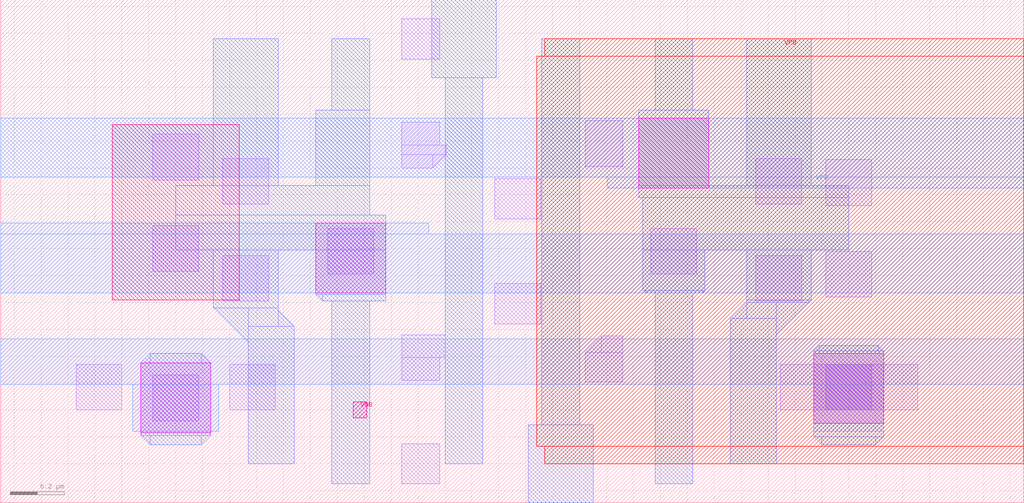
<source format=lef>
# Copyright 2020 The SkyWater PDK Authors
#
# Licensed under the Apache License, Version 2.0 (the "License");
# you may not use this file except in compliance with the License.
# You may obtain a copy of the License at
#
#     https://www.apache.org/licenses/LICENSE-2.0
#
# Unless required by applicable law or agreed to in writing, software
# distributed under the License is distributed on an "AS IS" BASIS,
# WITHOUT WARRANTIES OR CONDITIONS OF ANY KIND, either express or implied.
# See the License for the specific language governing permissions and
# limitations under the License.
#
# SPDX-License-Identifier: Apache-2.0

VERSION 5.7 ;
  NOWIREEXTENSIONATPIN ON ;
  DIVIDERCHAR "/" ;
  BUSBITCHARS "[]" ;
MACRO sky130_fd_bd_sram__openram_cell_6t_dummy
  CLASS BLOCK ;
  FOREIGN sky130_fd_bd_sram__openram_cell_6t_dummy ;
  ORIGIN  0.650000  0.145000 ;
  SIZE  3.800000 BY  1.870000 ;
  PIN VNB
    PORT
      LAYER pwell ;
        RECT 0.660000 0.170000 0.710000 0.230000 ;
    END
  END VNB
  PIN VPB
    ANTENNADIFFAREA  0.442800 ;
    PORT
      LAYER met2 ;
        RECT -0.650000 1.065000 3.150000 1.285000 ;
        RECT  1.605000 1.025000 3.150000 1.065000 ;
      LAYER nwell ;
        RECT 1.340000 0.065000 3.150000 1.515000 ;
        RECT 1.370000 0.000000 3.150000 0.065000 ;
        RECT 1.370000 1.515000 3.150000 1.580000 ;
    END
  END VPB
  OBS
    LAYER li1 ;
      POLYGON  0.955000  1.150000  1.005000 1.150000 0.955000 1.100000 ;
      POLYGON  1.580000  0.475000  1.580000 0.415000 1.520000 0.415000 ;
      RECT -0.370000  0.200000 -0.200000 0.370000 ;
      RECT -0.085000  0.160000  0.085000 0.330000 ;
      RECT -0.085000  0.715000  0.085000 0.885000 ;
      RECT -0.085000  1.055000  0.085000 1.225000 ;
      RECT  0.175000  0.605000  0.345000 0.775000 ;
      RECT  0.175000  0.965000  0.345000 1.135000 ;
      RECT  0.200000  0.200000  0.370000 0.370000 ;
      RECT  0.565000  0.705000  0.735000 0.875000 ;
      RECT  0.840000 -0.075000  0.980000 0.075000 ;
      RECT  0.840000  0.310000  0.980000 0.395000 ;
      RECT  0.840000  0.395000  1.000000 0.480000 ;
      RECT  0.840000  1.100000  0.955000 1.150000 ;
      RECT  0.840000  1.150000  1.005000 1.185000 ;
      RECT  0.840000  1.185000  0.980000 1.270000 ;
      RECT  0.840000  1.505000  0.980000 1.655000 ;
      RECT  1.185000  0.520000  1.355000 0.670000 ;
      RECT  1.185000  0.910000  1.355000 1.060000 ;
      RECT  1.520000  0.305000  1.660000 0.415000 ;
      RECT  1.520000  1.105000  1.660000 1.275000 ;
      RECT  1.580000  0.415000  1.660000 0.475000 ;
      RECT  1.765000  0.705000  1.935000 0.875000 ;
      RECT  2.155000  0.605000  2.325000 0.775000 ;
      RECT  2.155000  0.965000  2.325000 1.135000 ;
      RECT  2.245000  0.200000  2.755000 0.370000 ;
      RECT  2.415000  0.620000  2.585000 0.790000 ;
      RECT  2.415000  0.960000  2.585000 1.130000 ;
    LAYER mcon ;
      RECT 2.415000 0.200000 2.585000 0.370000 ;
    LAYER met1 ;
      POLYGON -0.130000  0.105000 -0.095000 0.105000 -0.095000 0.070000 ;
      POLYGON -0.095000  0.410000 -0.095000 0.375000 -0.130000 0.375000 ;
      POLYGON  0.095000  0.105000  0.130000 0.105000  0.095000 0.070000 ;
      POLYGON  0.095000  0.410000  0.130000 0.375000  0.095000 0.375000 ;
      POLYGON  0.140000  0.580000  0.270000 0.580000  0.270000 0.450000 ;
      POLYGON  0.380000  0.570000  0.440000 0.510000  0.380000 0.510000 ;
      POLYGON  0.520000  0.630000  0.545000 0.630000  0.545000 0.605000 ;
      POLYGON  1.735000  0.645000  1.745000 0.645000  1.745000 0.635000 ;
      POLYGON  1.955000  0.645000  1.965000 0.645000  1.955000 0.635000 ;
      POLYGON  2.120000  0.600000  2.120000 0.540000  2.060000 0.540000 ;
      POLYGON  2.230000  0.600000  2.350000 0.600000  2.230000 0.480000 ;
      POLYGON  2.350000  0.610000  2.360000 0.610000  2.350000 0.600000 ;
      POLYGON  2.370000  0.100000  2.400000 0.100000  2.400000 0.070000 ;
      POLYGON  2.390000  0.440000  2.390000 0.420000  2.370000 0.420000 ;
      POLYGON  2.600000  0.100000  2.630000 0.100000  2.600000 0.070000 ;
      POLYGON  2.610000  0.440000  2.630000 0.420000  2.610000 0.420000 ;
      RECT -0.130000  0.105000  0.130000 0.375000 ;
      RECT -0.095000  0.070000  0.095000 0.105000 ;
      RECT -0.095000  0.375000  0.095000 0.410000 ;
      RECT  0.000000  0.795000  0.780000 0.925000 ;
      RECT  0.000000  0.925000  0.720000 1.035000 ;
      RECT  0.140000  0.580000  0.380000 0.795000 ;
      RECT  0.140000  1.035000  0.380000 1.580000 ;
      RECT  0.270000  0.000000  0.440000 0.510000 ;
      RECT  0.270000  0.510000  0.380000 0.580000 ;
      RECT  0.520000  0.630000  0.780000 0.795000 ;
      RECT  0.520000  1.035000  0.720000 1.315000 ;
      RECT  0.545000  0.605000  0.780000 0.630000 ;
      RECT  0.580000 -0.075000  0.720000 0.605000 ;
      RECT  0.580000  1.315000  0.720000 1.580000 ;
      RECT  0.950000  1.435000  1.190000 1.725000 ;
      RECT  1.000000  0.000000  1.140000 1.435000 ;
      RECT  1.310000 -0.145000  1.550000 0.145000 ;
      RECT  1.360000  0.145000  1.500000 1.580000 ;
      RECT  1.720000  0.990000  2.500000 1.035000 ;
      RECT  1.720000  1.035000  1.980000 1.315000 ;
      RECT  1.735000  0.645000  1.965000 0.795000 ;
      RECT  1.735000  0.795000  2.500000 0.990000 ;
      RECT  1.745000  0.635000  1.955000 0.645000 ;
      RECT  1.780000 -0.075000  1.920000 0.635000 ;
      RECT  1.780000  1.315000  1.920000 1.580000 ;
      RECT  2.060000  0.000000  2.230000 0.540000 ;
      RECT  2.120000  0.540000  2.230000 0.600000 ;
      RECT  2.120000  0.600000  2.350000 0.610000 ;
      RECT  2.120000  0.610000  2.360000 0.795000 ;
      RECT  2.120000  1.035000  2.360000 1.580000 ;
      RECT  2.370000  0.100000  2.630000 0.420000 ;
      RECT  2.390000  0.420000  2.610000 0.440000 ;
      RECT  2.400000  0.070000  2.600000 0.100000 ;
    LAYER met2 ;
      RECT -0.650000 0.295000 3.150000 0.465000 ;
      RECT -0.650000 0.635000 3.150000 0.855000 ;
      RECT -0.650000 0.855000 0.940000 0.895000 ;
      RECT -0.160000 0.120000 0.160000 0.295000 ;
      RECT -0.130000 0.115000 0.130000 0.120000 ;
      RECT  2.370000 0.120000 2.630000 0.295000 ;
    LAYER pwell ;
      RECT -0.235000 0.610000 0.235000 1.260000 ;
    LAYER via ;
      RECT -0.130000 0.115000 0.130000 0.375000 ;
      RECT  0.520000 0.635000 0.780000 0.895000 ;
      RECT  1.720000 1.025000 1.980000 1.285000 ;
      RECT  2.370000 0.150000 2.630000 0.410000 ;
  END
END sky130_fd_bd_sram__openram_cell_6t_dummy
END LIBRARY

</source>
